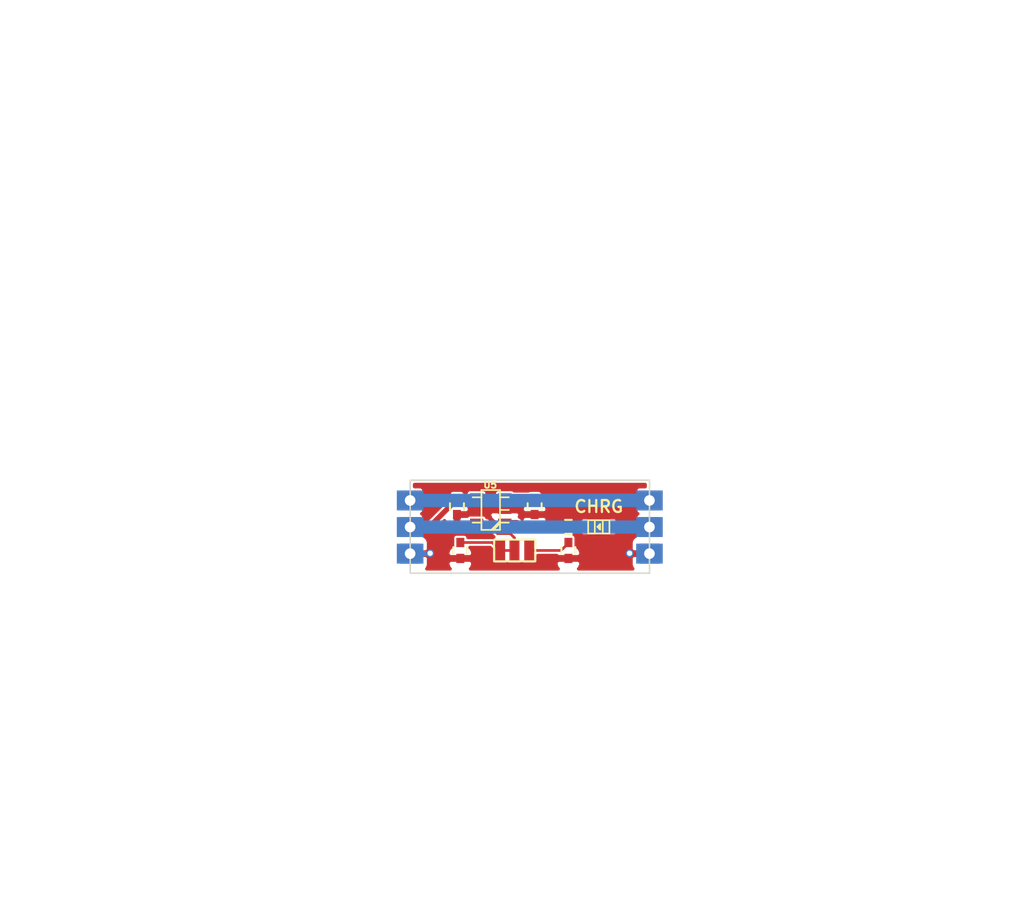
<source format=kicad_pcb>
(kicad_pcb (version 4) (host pcbnew 4.0.7)

  (general
    (links 25)
    (no_connects 11)
    (area 92.219999 86.109999 110.320001 93.210001)
    (thickness 1.6)
    (drawings 4)
    (tracks 35)
    (zones 0)
    (modules 9)
    (nets 8)
  )

  (page A3)
  (title_block
    (title "Sensory Adaptation Robot")
    (date 2016-03-10)
    (rev 0.1a)
    (company "Idle Hands Dev.")
    (comment 1 "Sean Hodgins")
  )

  (layers
    (0 F.Cu signal)
    (31 B.Cu signal)
    (32 B.Adhes user)
    (33 F.Adhes user)
    (34 B.Paste user)
    (35 F.Paste user)
    (36 B.SilkS user)
    (37 F.SilkS user)
    (38 B.Mask user)
    (39 F.Mask user)
    (40 Dwgs.User user)
    (41 Cmts.User user)
    (42 Eco1.User user)
    (43 Eco2.User user)
    (44 Edge.Cuts user)
    (45 Margin user)
    (46 B.CrtYd user)
    (47 F.CrtYd user)
    (48 B.Fab user hide)
    (49 F.Fab user hide)
  )

  (setup
    (last_trace_width 1)
    (user_trace_width 0.2)
    (user_trace_width 0.4)
    (user_trace_width 0.6)
    (user_trace_width 0.8)
    (user_trace_width 1)
    (trace_clearance 0.15)
    (zone_clearance 0.15)
    (zone_45_only no)
    (trace_min 0.2)
    (segment_width 0.1)
    (edge_width 0.1)
    (via_size 0.6)
    (via_drill 0.4)
    (via_min_size 0.4)
    (via_min_drill 0.2)
    (user_via 0.4 0.2)
    (user_via 0.5 0.4)
    (user_via 0.6 0.3)
    (user_via 0.89 0.5)
    (uvia_size 0.3)
    (uvia_drill 0.1)
    (uvias_allowed no)
    (uvia_min_size 0.2)
    (uvia_min_drill 0.1)
    (pcb_text_width 0.3)
    (pcb_text_size 1.5 1.5)
    (mod_edge_width 0.15)
    (mod_text_size 1 1)
    (mod_text_width 0.15)
    (pad_size 5.6 5.6)
    (pad_drill 0)
    (pad_to_mask_clearance 0)
    (aux_axis_origin 100 100)
    (grid_origin 92.27 93.16)
    (visible_elements 7FFFEE7F)
    (pcbplotparams
      (layerselection 0x010fc_80000001)
      (usegerberextensions false)
      (excludeedgelayer true)
      (linewidth 0.100000)
      (plotframeref false)
      (viasonmask false)
      (mode 1)
      (useauxorigin false)
      (hpglpennumber 1)
      (hpglpenspeed 20)
      (hpglpendiameter 15)
      (hpglpenoverlay 2)
      (psnegative false)
      (psa4output false)
      (plotreference true)
      (plotvalue true)
      (plotinvisibletext false)
      (padsonsilk false)
      (subtractmaskfromsilk false)
      (outputformat 1)
      (mirror false)
      (drillshape 0)
      (scaleselection 1)
      (outputdirectory gerbs/))
  )

  (net 0 "")
  (net 1 GND)
  (net 2 VCC)
  (net 3 VBATT)
  (net 4 "Net-(D6-Pad1)")
  (net 5 "Net-(R14-Pad1)")
  (net 6 "Net-(J1-Pad1)")
  (net 7 "Net-(J1-Pad2)")

  (net_class Default "This is the default net class."
    (clearance 0.15)
    (trace_width 0.2)
    (via_dia 0.6)
    (via_drill 0.4)
    (uvia_dia 0.3)
    (uvia_drill 0.1)
    (add_net GND)
    (add_net "Net-(D6-Pad1)")
    (add_net "Net-(J1-Pad1)")
    (add_net "Net-(J1-Pad2)")
    (add_net "Net-(R14-Pad1)")
    (add_net VBATT)
    (add_net VCC)
  )

  (module project_footprints:C_0402_Hand (layer F.Cu) (tedit 5B350DF4) (tstamp 5B352DEA)
    (at 95.786 88.148 270)
    (descr "Resistor SMD 0402, reflow soldering, Vishay (see dcrcw.pdf)")
    (tags "resistor 0402")
    (path /59135163)
    (attr smd)
    (fp_text reference C7 (at 1.778 -0.254 360) (layer F.SilkS) hide
      (effects (font (size 1 1) (thickness 0.15)))
    )
    (fp_text value 4.7uF (at 0 1.8 270) (layer F.Fab)
      (effects (font (size 1 1) (thickness 0.15)))
    )
    (fp_line (start -0.95 -0.65) (end 0.95 -0.65) (layer F.CrtYd) (width 0.05))
    (fp_line (start -0.95 0.65) (end 0.95 0.65) (layer F.CrtYd) (width 0.05))
    (fp_line (start -0.95 -0.65) (end -0.95 0.65) (layer F.CrtYd) (width 0.05))
    (fp_line (start 0.95 -0.65) (end 0.95 0.65) (layer F.CrtYd) (width 0.05))
    (fp_line (start 0.25 -0.525) (end -0.25 -0.525) (layer F.SilkS) (width 0.15))
    (fp_line (start -0.25 0.525) (end 0.25 0.525) (layer F.SilkS) (width 0.15))
    (pad 1 smd rect (at -0.6 0 270) (size 0.7 0.6) (layers F.Cu F.Paste F.Mask)
      (net 2 VCC))
    (pad 2 smd rect (at 0.6 0 270) (size 0.7 0.6) (layers F.Cu F.Paste F.Mask)
      (net 1 GND))
    (model Resistors_SMD.3dshapes/R_0402.wrl
      (at (xyz 0 0 0))
      (scale (xyz 1 1 1))
      (rotate (xyz 0 0 0))
    )
  )

  (module project_footprints:C_0402_Hand (layer F.Cu) (tedit 5B350E46) (tstamp 5B352DF6)
    (at 101.628 88.148 270)
    (descr "Resistor SMD 0402, reflow soldering, Vishay (see dcrcw.pdf)")
    (tags "resistor 0402")
    (path /5913178E)
    (attr smd)
    (fp_text reference C10 (at 0 -1.8 270) (layer F.SilkS) hide
      (effects (font (size 1 1) (thickness 0.15)))
    )
    (fp_text value 4.7uF (at 0 1.8 270) (layer F.Fab)
      (effects (font (size 1 1) (thickness 0.15)))
    )
    (fp_line (start -0.95 -0.65) (end 0.95 -0.65) (layer F.CrtYd) (width 0.05))
    (fp_line (start -0.95 0.65) (end 0.95 0.65) (layer F.CrtYd) (width 0.05))
    (fp_line (start -0.95 -0.65) (end -0.95 0.65) (layer F.CrtYd) (width 0.05))
    (fp_line (start 0.95 -0.65) (end 0.95 0.65) (layer F.CrtYd) (width 0.05))
    (fp_line (start 0.25 -0.525) (end -0.25 -0.525) (layer F.SilkS) (width 0.15))
    (fp_line (start -0.25 0.525) (end 0.25 0.525) (layer F.SilkS) (width 0.15))
    (pad 1 smd rect (at -0.6 0 270) (size 0.7 0.6) (layers F.Cu F.Paste F.Mask)
      (net 3 VBATT))
    (pad 2 smd rect (at 0.6 0 270) (size 0.7 0.6) (layers F.Cu F.Paste F.Mask)
      (net 1 GND))
    (model Resistors_SMD.3dshapes/R_0402.wrl
      (at (xyz 0 0 0))
      (scale (xyz 1 1 1))
      (rotate (xyz 0 0 0))
    )
  )

  (module idlehands_footprints:Led_0603 (layer F.Cu) (tedit 5B350DE1) (tstamp 5B352E06)
    (at 106.454 89.672 180)
    (descr "SMD LED, 0603")
    (path /5955DFC7)
    (fp_text reference D6 (at 1 -1 270) (layer F.SilkS) hide
      (effects (font (size 0.5 0.5) (thickness 0.125)))
    )
    (fp_text value CHRG (at 0 1.524 360) (layer F.SilkS)
      (effects (font (size 0.9 0.9) (thickness 0.17)))
    )
    (fp_line (start 0.29972 0.50038) (end 0.29972 -0.50038) (layer F.SilkS) (width 0.127))
    (fp_line (start -0.29972 -0.50038) (end -0.29972 0.50038) (layer F.SilkS) (width 0.127))
    (fp_line (start 0 0.09906) (end 0 -0.09906) (layer F.SilkS) (width 0.127))
    (fp_line (start -0.09906 -0.20066) (end -0.09906 0.20066) (layer F.SilkS) (width 0.127))
    (fp_line (start -0.09906 0.20066) (end 0.09906 0) (layer F.SilkS) (width 0.127))
    (fp_line (start 0.09906 0) (end -0.09906 -0.20066) (layer F.SilkS) (width 0.127))
    (fp_line (start -0.8001 -0.50038) (end 0.8001 -0.50038) (layer F.SilkS) (width 0.127))
    (fp_line (start 0.8001 -0.50038) (end 0.8001 0.50038) (layer F.SilkS) (width 0.127))
    (fp_line (start 0.8001 0.50038) (end -0.8001 0.50038) (layer F.SilkS) (width 0.127))
    (fp_line (start -0.8001 0.50038) (end -0.8001 -0.50038) (layer F.SilkS) (width 0.127))
    (pad 2 smd rect (at -0.7493 0 180) (size 0.79756 0.79756) (layers F.Cu F.Paste F.Mask)
      (net 2 VCC))
    (pad 1 smd rect (at 0.7493 0 180) (size 0.79756 0.79756) (layers F.Cu F.Paste F.Mask)
      (net 4 "Net-(D6-Pad1)"))
    (model walter/smd_leds/led_0603.wrl
      (at (xyz 0 0 0))
      (scale (xyz 1 1 1))
      (rotate (xyz 0 0 0))
    )
  )

  (module idlehands_libs:3WAY_JUMPER_SMD (layer F.Cu) (tedit 5B350E01) (tstamp 5B352E11)
    (at 100.104 91.45)
    (descr "SMT capacitor, 0402")
    (path /5B351A3F)
    (fp_text reference J1 (at -0.1 1.5) (layer F.SilkS) hide
      (effects (font (size 0.5 0.5) (thickness 0.125)))
    )
    (fp_text value GS3 (at 0 0.8) (layer F.SilkS) hide
      (effects (font (size 0.5 0.5) (thickness 0.125)))
    )
    (fp_line (start -1.524 -0.8128) (end 1.5748 -0.8128) (layer F.SilkS) (width 0.15))
    (fp_line (start 1.5748 -0.8128) (end 1.5748 0.8128) (layer F.SilkS) (width 0.15))
    (fp_line (start 1.5748 0.8128) (end -1.524 0.8128) (layer F.SilkS) (width 0.15))
    (fp_line (start -1.524 0.8128) (end -1.524 -0.8128) (layer F.SilkS) (width 0.15))
    (pad 1 smd rect (at 1.1176 0) (size 0.75 1.5) (layers F.Cu F.Paste F.Mask)
      (net 6 "Net-(J1-Pad1)"))
    (pad 2 smd rect (at 0.0064 0) (size 0.75 1.5) (layers F.Cu F.Paste F.Mask)
      (net 7 "Net-(J1-Pad2)"))
    (pad 3 smd rect (at -1.0668 0) (size 0.75 1.5) (layers F.Cu F.Paste F.Mask)
      (net 7 "Net-(J1-Pad2)"))
    (model walter/smd_cap/c_0402.wrl
      (at (xyz 0 0 0))
      (scale (xyz 1 1 1))
      (rotate (xyz 0 0 0))
    )
  )

  (module idlehands_libs:LIPO_CHARGE_MOD (layer F.Cu) (tedit 5B350B8E) (tstamp 5B352E25)
    (at 101.264 89.672)
    (path /5B352F95)
    (fp_text reference J2 (at -0.2 13.2) (layer F.SilkS) hide
      (effects (font (size 1 1) (thickness 0.15)))
    )
    (fp_text value Conn_01x06 (at 0 -14) (layer F.Fab)
      (effects (font (size 1 1) (thickness 0.15)))
    )
    (fp_line (start -9 3.5) (end -9 -3.5) (layer F.SilkS) (width 0.1))
    (fp_line (start 9 -3.5) (end 9 3.5) (layer F.SilkS) (width 0.1))
    (fp_line (start -9 -3.5) (end 9 -3.5) (layer F.SilkS) (width 0.1))
    (fp_line (start -9 3.5) (end 9 3.5) (layer F.SilkS) (width 0.1))
    (pad 3 thru_hole rect (at -9 2.016) (size 1.5 1.5) (drill 0.8) (layers *.Cu *.Mask)
      (net 1 GND))
    (pad 3 smd rect (at -9 2.016) (size 2 1.5) (layers B.Cu B.Mask)
      (net 1 GND))
    (pad 2 thru_hole rect (at -9 0.016) (size 1.5 1.5) (drill 0.8) (layers *.Cu *.Mask)
      (net 2 VCC))
    (pad 2 smd rect (at -9 0.016) (size 2 1.5) (layers B.Cu B.Mask)
      (net 2 VCC))
    (pad 1 thru_hole rect (at -9 -1.984) (size 1.5 1.5) (drill 0.8) (layers *.Cu *.Mask)
      (net 3 VBATT))
    (pad 1 smd rect (at -9 -1.984) (size 2 1.5) (layers B.Cu B.Mask)
      (net 3 VBATT))
    (pad 4 thru_hole rect (at 9 -1.984) (size 1.5 1.5) (drill 0.8) (layers *.Cu *.Mask)
      (net 3 VBATT))
    (pad 6 thru_hole rect (at 9 2.016) (size 1.5 1.5) (drill 0.8) (layers *.Cu *.Mask)
      (net 1 GND))
    (pad 5 thru_hole rect (at 9 0.016) (size 1.5 1.5) (drill 0.8) (layers *.Cu *.Mask)
      (net 2 VCC))
    (pad 4 smd rect (at 9 -1.984) (size 2 1.5) (layers B.Cu B.Mask)
      (net 3 VBATT))
    (pad 5 smd rect (at 9 0.016) (size 2 1.5) (layers B.Cu B.Mask)
      (net 2 VCC))
    (pad 6 smd rect (at 9 2.016) (size 2 1.5) (layers B.Cu B.Mask)
      (net 1 GND))
  )

  (module project_footprints:R_0402_Hand (layer F.Cu) (tedit 5B350E0B) (tstamp 5B352E31)
    (at 104.168 91.45 90)
    (descr "Resistor SMD 0402, reflow soldering, Vishay (see dcrcw.pdf)")
    (tags "resistor 0402")
    (path /5B35206B)
    (attr smd)
    (fp_text reference R1 (at 0 -1.8 90) (layer F.SilkS) hide
      (effects (font (size 1 1) (thickness 0.15)))
    )
    (fp_text value 0 (at 0 1.8 90) (layer F.Fab)
      (effects (font (size 1 1) (thickness 0.15)))
    )
    (fp_line (start -0.95 -0.65) (end 0.95 -0.65) (layer F.CrtYd) (width 0.05))
    (fp_line (start -0.95 0.65) (end 0.95 0.65) (layer F.CrtYd) (width 0.05))
    (fp_line (start -0.95 -0.65) (end -0.95 0.65) (layer F.CrtYd) (width 0.05))
    (fp_line (start 0.95 -0.65) (end 0.95 0.65) (layer F.CrtYd) (width 0.05))
    (fp_line (start 0.25 -0.525) (end -0.25 -0.525) (layer F.SilkS) (width 0.15))
    (fp_line (start -0.25 0.525) (end 0.25 0.525) (layer F.SilkS) (width 0.15))
    (pad 1 smd rect (at -0.6 0 90) (size 0.7 0.6) (layers F.Cu F.Paste F.Mask)
      (net 1 GND))
    (pad 2 smd rect (at 0.6 0 90) (size 0.7 0.6) (layers F.Cu F.Paste F.Mask)
      (net 6 "Net-(J1-Pad1)"))
    (model Resistors_SMD.3dshapes/R_0402.wrl
      (at (xyz 0 0 0))
      (scale (xyz 1 1 1))
      (rotate (xyz 0 0 0))
    )
  )

  (module project_footprints:R_0402_Hand (layer F.Cu) (tedit 5B350E0F) (tstamp 5B352E3D)
    (at 96.04 91.45 90)
    (descr "Resistor SMD 0402, reflow soldering, Vishay (see dcrcw.pdf)")
    (tags "resistor 0402")
    (path /5913EBA3)
    (attr smd)
    (fp_text reference R5 (at 0 -1.8 90) (layer F.SilkS) hide
      (effects (font (size 1 1) (thickness 0.15)))
    )
    (fp_text value 33k (at 0 1.8 90) (layer F.Fab)
      (effects (font (size 1 1) (thickness 0.15)))
    )
    (fp_line (start -0.95 -0.65) (end 0.95 -0.65) (layer F.CrtYd) (width 0.05))
    (fp_line (start -0.95 0.65) (end 0.95 0.65) (layer F.CrtYd) (width 0.05))
    (fp_line (start -0.95 -0.65) (end -0.95 0.65) (layer F.CrtYd) (width 0.05))
    (fp_line (start 0.95 -0.65) (end 0.95 0.65) (layer F.CrtYd) (width 0.05))
    (fp_line (start 0.25 -0.525) (end -0.25 -0.525) (layer F.SilkS) (width 0.15))
    (fp_line (start -0.25 0.525) (end 0.25 0.525) (layer F.SilkS) (width 0.15))
    (pad 1 smd rect (at -0.6 0 90) (size 0.7 0.6) (layers F.Cu F.Paste F.Mask)
      (net 1 GND))
    (pad 2 smd rect (at 0.6 0 90) (size 0.7 0.6) (layers F.Cu F.Paste F.Mask)
      (net 7 "Net-(J1-Pad2)"))
    (model Resistors_SMD.3dshapes/R_0402.wrl
      (at (xyz 0 0 0))
      (scale (xyz 1 1 1))
      (rotate (xyz 0 0 0))
    )
  )

  (module project_footprints:R_0402_Hand (layer F.Cu) (tedit 5B350DF0) (tstamp 5B352E49)
    (at 104.168 89.672)
    (descr "Resistor SMD 0402, reflow soldering, Vishay (see dcrcw.pdf)")
    (tags "resistor 0402")
    (path /5955DFCE)
    (attr smd)
    (fp_text reference R14 (at 0 -1.8) (layer F.SilkS) hide
      (effects (font (size 1 1) (thickness 0.15)))
    )
    (fp_text value 1K (at 0 1.8) (layer F.Fab)
      (effects (font (size 1 1) (thickness 0.15)))
    )
    (fp_line (start -0.95 -0.65) (end 0.95 -0.65) (layer F.CrtYd) (width 0.05))
    (fp_line (start -0.95 0.65) (end 0.95 0.65) (layer F.CrtYd) (width 0.05))
    (fp_line (start -0.95 -0.65) (end -0.95 0.65) (layer F.CrtYd) (width 0.05))
    (fp_line (start 0.95 -0.65) (end 0.95 0.65) (layer F.CrtYd) (width 0.05))
    (fp_line (start 0.25 -0.525) (end -0.25 -0.525) (layer F.SilkS) (width 0.15))
    (fp_line (start -0.25 0.525) (end 0.25 0.525) (layer F.SilkS) (width 0.15))
    (pad 1 smd rect (at -0.6 0) (size 0.7 0.6) (layers F.Cu F.Paste F.Mask)
      (net 5 "Net-(R14-Pad1)"))
    (pad 2 smd rect (at 0.6 0) (size 0.7 0.6) (layers F.Cu F.Paste F.Mask)
      (net 4 "Net-(D6-Pad1)"))
    (model Resistors_SMD.3dshapes/R_0402.wrl
      (at (xyz 0 0 0))
      (scale (xyz 1 1 1))
      (rotate (xyz 0 0 0))
    )
  )

  (module idlehands_libs:sot23-5 (layer F.Cu) (tedit 555E3D8F) (tstamp 5B352E5D)
    (at 98.326 88.402 90)
    (descr SOT23-5)
    (path /5912C294)
    (fp_text reference U5 (at 1.89 -0.04 180) (layer F.SilkS)
      (effects (font (size 0.5 0.5) (thickness 0.125)))
    )
    (fp_text value MCP73831T (at 0 0 90) (layer F.SilkS) hide
      (effects (font (size 0.5 0.5) (thickness 0.125)))
    )
    (fp_line (start -0.8509 0.6985) (end -1.4986 0.0508) (layer F.SilkS) (width 0.127))
    (fp_line (start -1.0033 0.6985) (end -1.4986 0.2032) (layer F.SilkS) (width 0.127))
    (fp_line (start 0.9525 -0.6985) (end 0.9525 -1.3589) (layer F.SilkS) (width 0.127))
    (fp_line (start -0.9525 -0.6985) (end -0.9525 -1.3589) (layer F.SilkS) (width 0.127))
    (fp_line (start 0 0.6985) (end 0 1.3589) (layer F.SilkS) (width 0.127))
    (fp_line (start 0.9525 0.6985) (end 0.9525 1.3589) (layer F.SilkS) (width 0.127))
    (fp_line (start -0.9525 0.6985) (end -0.9525 1.3589) (layer F.SilkS) (width 0.127))
    (fp_line (start -1.4986 -0.6985) (end 1.4986 -0.6985) (layer F.SilkS) (width 0.127))
    (fp_line (start 1.4986 -0.6985) (end 1.4986 0.6985) (layer F.SilkS) (width 0.127))
    (fp_line (start 1.4986 0.6985) (end -1.4986 0.6985) (layer F.SilkS) (width 0.127))
    (fp_line (start -1.4986 0.6985) (end -1.4986 -0.6985) (layer F.SilkS) (width 0.127))
    (pad 1 smd rect (at -0.9525 1.05664 90) (size 0.59944 1.00076) (layers F.Cu F.Paste F.Mask)
      (net 5 "Net-(R14-Pad1)"))
    (pad 3 smd rect (at 0.9525 1.05664 90) (size 0.59944 1.00076) (layers F.Cu F.Paste F.Mask)
      (net 3 VBATT))
    (pad 2 smd rect (at 0 1.05664 90) (size 0.59944 1.00076) (layers F.Cu F.Paste F.Mask)
      (net 1 GND))
    (pad 4 smd rect (at 0.9525 -1.05664 90) (size 0.59944 1.00076) (layers F.Cu F.Paste F.Mask)
      (net 2 VCC))
    (pad 5 smd rect (at -0.9525 -1.05664 90) (size 0.59944 1.00076) (layers F.Cu F.Paste F.Mask)
      (net 7 "Net-(J1-Pad2)"))
    (model walter/smd_trans/sot23-5.wrl
      (at (xyz 0 0 0))
      (scale (xyz 1 1 1))
      (rotate (xyz 0 0 0))
    )
  )

  (gr_line (start 110.27 93.16) (end 92.27 93.16) (layer Edge.Cuts) (width 0.1))
  (gr_line (start 110.27 86.16) (end 110.27 93.16) (layer Edge.Cuts) (width 0.1))
  (gr_line (start 92.27 86.16) (end 110.27 86.16) (layer Edge.Cuts) (width 0.1))
  (gr_line (start 92.27 93.16) (end 92.27 86.16) (layer Edge.Cuts) (width 0.1))

  (segment (start 110.264 91.688) (end 108.798 91.688) (width 0.4) (layer F.Cu) (net 1))
  (segment (start 108.798 91.688) (end 108.77 91.66) (width 0.4) (layer F.Cu) (net 1))
  (via (at 108.77 91.66) (size 0.6) (drill 0.4) (layers F.Cu B.Cu) (net 1))
  (segment (start 92.264 91.688) (end 93.742 91.688) (width 0.4) (layer B.Cu) (net 1))
  (segment (start 93.742 91.688) (end 93.77 91.66) (width 0.4) (layer B.Cu) (net 1))
  (via (at 93.77 91.66) (size 0.6) (drill 0.4) (layers F.Cu B.Cu) (net 1))
  (segment (start 110.264 89.688) (end 92.264 89.688) (width 1) (layer B.Cu) (net 2))
  (segment (start 107.2033 89.672) (end 110.248 89.672) (width 0.4) (layer F.Cu) (net 2))
  (segment (start 110.248 89.672) (end 110.264 89.688) (width 0.4) (layer F.Cu) (net 2))
  (segment (start 95.786 87.548) (end 97.17086 87.548) (width 0.4) (layer F.Cu) (net 2))
  (segment (start 97.17086 87.548) (end 97.26936 87.4495) (width 0.4) (layer F.Cu) (net 2))
  (segment (start 92.264 89.688) (end 93.696 89.688) (width 0.4) (layer F.Cu) (net 2))
  (segment (start 93.696 89.688) (end 95.786 87.598) (width 0.4) (layer F.Cu) (net 2))
  (segment (start 95.786 87.598) (end 95.786 87.548) (width 0.4) (layer F.Cu) (net 2))
  (segment (start 92.264 87.688) (end 110.264 87.688) (width 1) (layer B.Cu) (net 3))
  (segment (start 101.628 87.548) (end 110.124 87.548) (width 0.4) (layer F.Cu) (net 3))
  (segment (start 110.124 87.548) (end 110.264 87.688) (width 0.4) (layer F.Cu) (net 3))
  (segment (start 99.38264 87.4495) (end 101.5295 87.4495) (width 0.4) (layer F.Cu) (net 3))
  (segment (start 101.5295 87.4495) (end 101.628 87.548) (width 0.4) (layer F.Cu) (net 3))
  (segment (start 104.768 89.672) (end 105.7047 89.672) (width 0.4) (layer F.Cu) (net 4))
  (segment (start 99.38264 89.3545) (end 100.28302 89.3545) (width 0.4) (layer F.Cu) (net 5))
  (segment (start 100.28302 89.3545) (end 100.60052 89.672) (width 0.4) (layer F.Cu) (net 5))
  (segment (start 100.60052 89.672) (end 102.818 89.672) (width 0.4) (layer F.Cu) (net 5))
  (segment (start 102.818 89.672) (end 103.568 89.672) (width 0.4) (layer F.Cu) (net 5))
  (segment (start 101.2216 91.45) (end 103.618 91.45) (width 0.2) (layer F.Cu) (net 6))
  (segment (start 103.618 91.45) (end 104.168 90.9) (width 0.2) (layer F.Cu) (net 6))
  (segment (start 104.168 90.9) (end 104.168 90.85) (width 0.2) (layer F.Cu) (net 6))
  (segment (start 99.0372 91.45) (end 100.1104 91.45) (width 0.2) (layer F.Cu) (net 7))
  (segment (start 96.04 90.85) (end 98.4372 90.85) (width 0.2) (layer F.Cu) (net 7))
  (segment (start 98.4372 90.85) (end 99.0372 91.45) (width 0.2) (layer F.Cu) (net 7))
  (segment (start 97.26936 89.3545) (end 98.0149 89.3545) (width 0.2) (layer F.Cu) (net 7))
  (segment (start 98.0149 89.3545) (end 98.8404 90.18) (width 0.2) (layer F.Cu) (net 7))
  (segment (start 98.8404 90.18) (end 99.7904 90.18) (width 0.2) (layer F.Cu) (net 7))
  (segment (start 99.7904 90.18) (end 100.1104 90.5) (width 0.2) (layer F.Cu) (net 7))
  (segment (start 100.1104 90.5) (end 100.1104 91.45) (width 0.2) (layer F.Cu) (net 7))

  (zone (net 1) (net_name GND) (layer F.Cu) (tstamp 0) (hatch edge 0.508)
    (connect_pads (clearance 0.15))
    (min_thickness 0.254)
    (fill yes (arc_segments 16) (thermal_gap 0.508) (thermal_bridge_width 0.508))
    (polygon
      (pts
        (xy 89.52 58.15) (xy 138.42 58.15) (xy 138.42 118.75) (xy 61.42 118.75) (xy 61.42 58.95)
        (xy 70.32 50.05)
      )
    )
    (filled_polygon
      (pts
        (xy 109.943 86.655574) (xy 109.514 86.655574) (xy 109.41135 86.674889) (xy 109.317073 86.735555) (xy 109.253825 86.82812)
        (xy 109.231574 86.938) (xy 109.231574 87.071) (xy 102.175442 87.071) (xy 102.130445 87.001073) (xy 102.03788 86.937825)
        (xy 101.928 86.915574) (xy 101.328 86.915574) (xy 101.22535 86.934889) (xy 101.166901 86.9725) (xy 100.098108 86.9725)
        (xy 100.085465 86.952853) (xy 99.9929 86.889605) (xy 99.88302 86.867354) (xy 98.88226 86.867354) (xy 98.77961 86.886669)
        (xy 98.685333 86.947335) (xy 98.622085 87.0399) (xy 98.599834 87.14978) (xy 98.599834 87.531945) (xy 98.522561 87.563953)
        (xy 98.343933 87.742582) (xy 98.24726 87.975971) (xy 98.24726 88.11625) (xy 98.40601 88.275) (xy 99.25564 88.275)
        (xy 99.25564 88.255) (xy 99.50964 88.255) (xy 99.50964 88.275) (xy 100.35927 88.275) (xy 100.51802 88.11625)
        (xy 100.51802 87.975971) (xy 100.497528 87.9265) (xy 100.901474 87.9265) (xy 100.789673 88.038302) (xy 100.693 88.271691)
        (xy 100.693 88.46225) (xy 100.85175 88.621) (xy 101.501 88.621) (xy 101.501 88.601) (xy 101.755 88.601)
        (xy 101.755 88.621) (xy 102.40425 88.621) (xy 102.563 88.46225) (xy 102.563 88.271691) (xy 102.466327 88.038302)
        (xy 102.453025 88.025) (xy 109.231574 88.025) (xy 109.231574 88.438) (xy 109.250889 88.54065) (xy 109.311555 88.634927)
        (xy 109.390076 88.688579) (xy 109.317073 88.735555) (xy 109.253825 88.82812) (xy 109.231574 88.938) (xy 109.231574 89.195)
        (xy 107.869788 89.195) (xy 107.865191 89.17057) (xy 107.804525 89.076293) (xy 107.71196 89.013045) (xy 107.60208 88.990794)
        (xy 106.80452 88.990794) (xy 106.70187 89.010109) (xy 106.607593 89.070775) (xy 106.544345 89.16334) (xy 106.522094 89.27322)
        (xy 106.522094 90.07078) (xy 106.541409 90.17343) (xy 106.602075 90.267707) (xy 106.69464 90.330955) (xy 106.80452 90.353206)
        (xy 107.60208 90.353206) (xy 107.70473 90.333891) (xy 107.799007 90.273225) (xy 107.862255 90.18066) (xy 107.868666 90.149)
        (xy 109.231574 90.149) (xy 109.231574 90.367666) (xy 109.154302 90.399673) (xy 108.975673 90.578301) (xy 108.879 90.81169)
        (xy 108.879 91.40225) (xy 109.03775 91.561) (xy 109.943 91.561) (xy 109.943 91.815) (xy 109.03775 91.815)
        (xy 108.879 91.97375) (xy 108.879 92.56431) (xy 108.975673 92.797699) (xy 109.010974 92.833) (xy 104.933025 92.833)
        (xy 105.006327 92.759698) (xy 105.103 92.526309) (xy 105.103 92.33575) (xy 104.94425 92.177) (xy 104.295 92.177)
        (xy 104.295 92.197) (xy 104.041 92.197) (xy 104.041 92.177) (xy 103.39175 92.177) (xy 103.233 92.33575)
        (xy 103.233 92.526309) (xy 103.329673 92.759698) (xy 103.402975 92.833) (xy 96.805025 92.833) (xy 96.878327 92.759698)
        (xy 96.975 92.526309) (xy 96.975 92.33575) (xy 96.81625 92.177) (xy 96.167 92.177) (xy 96.167 92.197)
        (xy 95.913 92.197) (xy 95.913 92.177) (xy 95.26375 92.177) (xy 95.105 92.33575) (xy 95.105 92.526309)
        (xy 95.201673 92.759698) (xy 95.274975 92.833) (xy 93.517026 92.833) (xy 93.552327 92.797699) (xy 93.649 92.56431)
        (xy 93.649 91.97375) (xy 93.49025 91.815) (xy 92.597 91.815) (xy 92.597 91.573691) (xy 95.105 91.573691)
        (xy 95.105 91.76425) (xy 95.26375 91.923) (xy 95.913 91.923) (xy 95.913 91.903) (xy 96.167 91.903)
        (xy 96.167 91.923) (xy 96.81625 91.923) (xy 96.975 91.76425) (xy 96.975 91.573691) (xy 96.878327 91.340302)
        (xy 96.765026 91.227) (xy 98.281042 91.227) (xy 98.379774 91.325732) (xy 98.379774 92.2) (xy 98.399089 92.30265)
        (xy 98.459755 92.396927) (xy 98.55232 92.460175) (xy 98.6622 92.482426) (xy 99.4122 92.482426) (xy 99.51485 92.463111)
        (xy 99.574058 92.425012) (xy 99.62552 92.460175) (xy 99.7354 92.482426) (xy 100.4854 92.482426) (xy 100.58805 92.463111)
        (xy 100.666828 92.412419) (xy 100.73672 92.460175) (xy 100.8466 92.482426) (xy 101.5966 92.482426) (xy 101.69925 92.463111)
        (xy 101.793527 92.402445) (xy 101.856775 92.30988) (xy 101.879026 92.2) (xy 101.879026 91.827) (xy 103.29575 91.827)
        (xy 103.39175 91.923) (xy 104.041 91.923) (xy 104.041 91.903) (xy 104.295 91.903) (xy 104.295 91.923)
        (xy 104.94425 91.923) (xy 105.103 91.76425) (xy 105.103 91.573691) (xy 105.006327 91.340302) (xy 104.827699 91.161673)
        (xy 104.750426 91.129665) (xy 104.750426 90.5) (xy 104.731111 90.39735) (xy 104.670445 90.303073) (xy 104.599249 90.254426)
        (xy 105.094929 90.254426) (xy 105.103475 90.267707) (xy 105.19604 90.330955) (xy 105.30592 90.353206) (xy 106.10348 90.353206)
        (xy 106.20613 90.333891) (xy 106.300407 90.273225) (xy 106.363655 90.18066) (xy 106.385906 90.07078) (xy 106.385906 89.27322)
        (xy 106.366591 89.17057) (xy 106.305925 89.076293) (xy 106.21336 89.013045) (xy 106.10348 88.990794) (xy 105.30592 88.990794)
        (xy 105.20327 89.010109) (xy 105.108993 89.070775) (xy 105.096148 89.089574) (xy 104.418 89.089574) (xy 104.31535 89.108889)
        (xy 104.221073 89.169555) (xy 104.167421 89.248076) (xy 104.120445 89.175073) (xy 104.02788 89.111825) (xy 103.918 89.089574)
        (xy 103.218 89.089574) (xy 103.11535 89.108889) (xy 103.021073 89.169555) (xy 103.003687 89.195) (xy 102.563 89.195)
        (xy 102.563 89.03375) (xy 102.40425 88.875) (xy 101.755 88.875) (xy 101.755 88.895) (xy 101.501 88.895)
        (xy 101.501 88.875) (xy 100.85175 88.875) (xy 100.693 89.03375) (xy 100.693 89.0899) (xy 100.62031 89.01721)
        (xy 100.478819 88.922668) (xy 100.51802 88.828029) (xy 100.51802 88.68775) (xy 100.35927 88.529) (xy 99.50964 88.529)
        (xy 99.50964 88.549) (xy 99.25564 88.549) (xy 99.25564 88.529) (xy 98.40601 88.529) (xy 98.24726 88.68775)
        (xy 98.24726 88.828029) (xy 98.343933 89.061418) (xy 98.522561 89.240047) (xy 98.599834 89.272055) (xy 98.599834 89.406276)
        (xy 98.281479 89.087921) (xy 98.159172 89.006197) (xy 98.038508 88.982196) (xy 98.032851 88.95213) (xy 97.972185 88.857853)
        (xy 97.87962 88.794605) (xy 97.76974 88.772354) (xy 96.76898 88.772354) (xy 96.66633 88.791669) (xy 96.572053 88.852335)
        (xy 96.556566 88.875) (xy 95.913 88.875) (xy 95.913 89.57425) (xy 96.07175 89.733) (xy 96.21231 89.733)
        (xy 96.445699 89.636327) (xy 96.486554 89.595472) (xy 96.486554 89.65422) (xy 96.505869 89.75687) (xy 96.566535 89.851147)
        (xy 96.6591 89.914395) (xy 96.76898 89.936646) (xy 97.76974 89.936646) (xy 97.87239 89.917331) (xy 97.966667 89.856665)
        (xy 97.973665 89.846423) (xy 98.563406 90.436164) (xy 98.55955 90.436889) (xy 98.487793 90.483063) (xy 98.4372 90.473)
        (xy 96.617346 90.473) (xy 96.603111 90.39735) (xy 96.542445 90.303073) (xy 96.44988 90.239825) (xy 96.34 90.217574)
        (xy 95.74 90.217574) (xy 95.63735 90.236889) (xy 95.543073 90.297555) (xy 95.479825 90.39012) (xy 95.457574 90.5)
        (xy 95.457574 91.129665) (xy 95.380301 91.161673) (xy 95.201673 91.340302) (xy 95.105 91.573691) (xy 92.597 91.573691)
        (xy 92.597 91.561) (xy 93.49025 91.561) (xy 93.649 91.40225) (xy 93.649 90.81169) (xy 93.552327 90.578301)
        (xy 93.373698 90.399673) (xy 93.296426 90.367666) (xy 93.296426 90.165) (xy 93.696 90.165) (xy 93.87854 90.128691)
        (xy 94.03329 90.02529) (xy 94.851 89.20758) (xy 94.851 89.224309) (xy 94.947673 89.457698) (xy 95.126301 89.636327)
        (xy 95.35969 89.733) (xy 95.50025 89.733) (xy 95.659 89.57425) (xy 95.659 88.875) (xy 95.639 88.875)
        (xy 95.639 88.621) (xy 95.659 88.621) (xy 95.659 88.601) (xy 95.913 88.601) (xy 95.913 88.621)
        (xy 96.56225 88.621) (xy 96.721 88.46225) (xy 96.721 88.271691) (xy 96.624327 88.038302) (xy 96.611025 88.025)
        (xy 96.736161 88.025) (xy 96.76898 88.031646) (xy 97.76974 88.031646) (xy 97.87239 88.012331) (xy 97.966667 87.951665)
        (xy 98.029915 87.8591) (xy 98.052166 87.74922) (xy 98.052166 87.14978) (xy 98.032851 87.04713) (xy 97.972185 86.952853)
        (xy 97.87962 86.889605) (xy 97.76974 86.867354) (xy 96.76898 86.867354) (xy 96.66633 86.886669) (xy 96.572053 86.947335)
        (xy 96.508805 87.0399) (xy 96.502507 87.071) (xy 96.333442 87.071) (xy 96.288445 87.001073) (xy 96.19588 86.937825)
        (xy 96.086 86.915574) (xy 95.486 86.915574) (xy 95.38335 86.934889) (xy 95.289073 86.995555) (xy 95.225825 87.08812)
        (xy 95.203574 87.198) (xy 95.203574 87.505846) (xy 93.49842 89.211) (xy 93.296426 89.211) (xy 93.296426 88.938)
        (xy 93.277111 88.83535) (xy 93.216445 88.741073) (xy 93.137924 88.687421) (xy 93.210927 88.640445) (xy 93.274175 88.54788)
        (xy 93.296426 88.438) (xy 93.296426 86.938) (xy 93.277111 86.83535) (xy 93.216445 86.741073) (xy 93.12388 86.677825)
        (xy 93.014 86.655574) (xy 92.597 86.655574) (xy 92.597 86.487) (xy 109.943 86.487)
      )
    )
  )
  (zone (net 1) (net_name GND) (layer B.Cu) (tstamp 5AF8963C) (hatch edge 0.508)
    (connect_pads (clearance 0.15))
    (min_thickness 0.254)
    (fill yes (arc_segments 16) (thermal_gap 0.508) (thermal_bridge_width 0.508))
    (polygon
      (pts
        (xy 89.535746 58.15) (xy 138.435746 58.15) (xy 138.435746 118.75) (xy 61.435746 118.75) (xy 61.435746 58.95)
        (xy 70.335746 50.05)
      )
    )
  )
)

</source>
